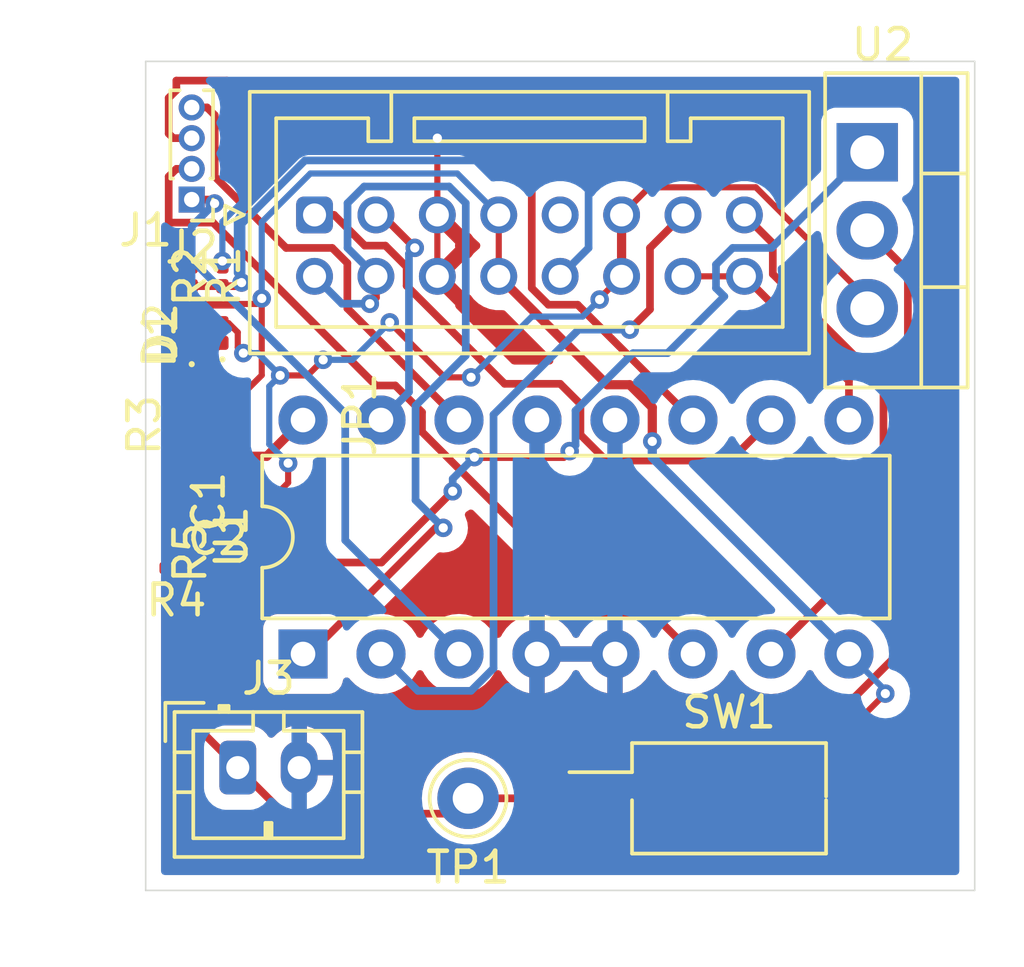
<source format=kicad_pcb>
(kicad_pcb (version 20240108) (generator "pcbnew") (generator_version "8.0")
  (title_block (title "Power sub Module for Micro-Mouse") (date "2024-03-24") (rev "1") (comment 1 "Author: Rasekoai Mokose"))
  (layers (0 "F.Cu" signal) (31 "B.Cu" signal) (34 "B.Paste" user) (35 "F.Paste" user) (36 "B.SilkS" user "B.Silkscreen") (37 "F.SilkS" user "F.Silkscreen") (38 "B.Mask" user) (39 "F.Mask" user) (44 "Edge.Cuts" user))
  (net 0 "")
  (net 1 "Net-(J2-Pin_1)")
  (net 3 "+3.7V")
  (net 4 "Net-(D1-A)")
  (net 5 "/Motor2_A")
  (net 6 "/PC6-9(PWM1,2)")
  (net 7 "/BATT_ADC")
  (net 8 "/Motor2_B")
  (net 9 "/Motor1_A")
  (net 10 "/PC6-9(PWM3,4)")
  (net 11 "/Motor1_B")
  (net 12 "Net-(J2-Pin_3)")
  (net 13 "Net-(J2-Pin_4)")
  (net 14 "Net-(J2-Pin_2)")
  (net 15 "Net-(U2-ADJ)")
  (net 16 "A")
  (net 17 "GND")
  (net 18 "+5V")
  (net 19 "+3V3")
  (footprint "Connector_JST:JST_PUD_B16B-PUDSS_2x08_P2.00mm_Vertical" (layer "F.Cu") (at 186.004009 123.95)
    (property "Reference" "J1" (at -5.5 0.5 0) (layer "F.SilkS"))
    (property "Value" "Conn_02x08_Counter_Clockwise")
    (fp_line (start -2.91 -0.3) (end -2.31 0) (stroke (width 0.12)) (layer "F.SilkS"))
    (fp_line (start -2.91 0.3) (end -2.91 -0.3) (stroke (width 0.12)) (layer "F.SilkS"))
    (fp_line (start -2.31 0) (end -2.91 0.3) (stroke (width 0.12)) (layer "F.SilkS"))
    (fp_line (start -2.11 -4.01) (end -2.11 4.51) (stroke (width 0.12)) (layer "F.SilkS"))
    (fp_line (start -2.11 4.51) (end 16.11 4.51) (stroke (width 0.12)) (layer "F.SilkS"))
    (fp_line (start -1.25 -3.15) (end -1.25 3.65) (stroke (width 0.12)) (layer "F.SilkS"))
    (fp_line (start -1.25 3.65) (end 7 3.65) (stroke (width 0.12)) (layer "F.SilkS"))
    (fp_line (start 1.75 -3.15) (end -1.25 -3.15) (stroke (width 0.12)) (layer "F.SilkS"))
    (fp_line (start 1.75 -2.4) (end 1.75 -3.15) (stroke (width 0.12)) (layer "F.SilkS"))
    (fp_line (start 2.5 -4.01) (end 2.5 -2.4) (stroke (width 0.12)) (layer "F.SilkS"))
    (fp_line (start 2.5 -2.4) (end 1.75 -2.4) (stroke (width 0.12)) (layer "F.SilkS"))
    (fp_line (start 3.25 -3.15) (end 3.25 -2.4) (stroke (width 0.12)) (layer "F.SilkS"))
    (fp_line (start 3.25 -2.4) (end 10.75 -2.4) (stroke (width 0.12)) (layer "F.SilkS"))
    (fp_line (start 10.75 -3.15) (end 3.25 -3.15) (stroke (width 0.12)) (layer "F.SilkS"))
    (fp_line (start 10.75 -2.4) (end 10.75 -3.15) (stroke (width 0.12)) (layer "F.SilkS"))
    (fp_line (start 11.5 -4.01) (end 11.5 -2.4) (stroke (width 0.12)) (layer "F.SilkS"))
    (fp_line (start 11.5 -2.4) (end 12.25 -2.4) (stroke (width 0.12)) (layer "F.SilkS"))
    (fp_line (start 12.25 -3.15) (end 15.25 -3.15) (stroke (width 0.12)) (layer "F.SilkS"))
    (fp_line (start 12.25 -2.4) (end 12.25 -3.15) (stroke (width 0.12)) (layer "F.SilkS"))
    (fp_line (start 15.25 -3.15) (end 15.25 3.65) (stroke (width 0.12)) (layer "F.SilkS"))
    (fp_line (start 15.25 3.65) (end 7 3.65) (stroke (width 0.12)) (layer "F.SilkS"))
    (fp_line (start 16.11 -4.01) (end -2.11 -4.01) (stroke (width 0.12)) (layer "F.SilkS"))
    (fp_line (start 16.11 4.51) (end 16.11 -4.01) (stroke (width 0.12)) (layer "F.SilkS"))
    (pad "1" thru_hole roundrect (at 0 0) (size 1.2 1.2) (drill 0.75) (layers "*.Cu" "*.Mask") (roundrect_rratio 0.208333) (net 5 "/Motor2_A"))
    (pad "2" thru_hole circle (at 0 2) (size 1.2 1.2) (drill 0.75) (layers "*.Cu" "*.Mask") (net 6 "/PC6-9(PWM1,2)"))
    (pad "3" thru_hole circle (at 2 0) (size 1.2 1.2) (drill 0.75) (layers "*.Cu" "*.Mask") (net 8 "/Motor2_B"))
    (pad "4" thru_hole circle (at 2 2) (size 1.2 1.2) (drill 0.75) (layers "*.Cu" "*.Mask") (net 6 "/PC6-9(PWM1,2)"))
    (pad "5" thru_hole circle (at 4 0) (size 1.2 1.2) (drill 0.75) (layers "*.Cu" "*.Mask") (net 17 "GND"))
    (pad "6" thru_hole circle (at 4 2) (size 1.2 1.2) (drill 0.75) (layers "*.Cu" "*.Mask") (net 17 "GND"))
    (pad "7" thru_hole circle (at 6 0) (size 1.2 1.2) (drill 0.75) (layers "*.Cu" "*.Mask") (net 3 "+3.7V"))
    (pad "8" thru_hole circle (at 6 2) (size 1.2 1.2) (drill 0.75) (layers "*.Cu" "*.Mask") (net 3 "+3.7V"))
    (pad "9" thru_hole circle (at 8 0) (size 1.2 1.2) (drill 0.75) (layers "*.Cu" "*.Mask"))
    (pad "10" thru_hole circle (at 8 2) (size 1.2 1.2) (drill 0.75) (layers "*.Cu" "*.Mask") (net 7 "/BATT_ADC"))
    (pad "11" thru_hole circle (at 10 0) (size 1.2 1.2) (drill 0.75) (layers "*.Cu" "*.Mask") (net 18 "+5V"))
    (pad "12" thru_hole circle (at 10 2) (size 1.2 1.2) (drill 0.75) (layers "*.Cu" "*.Mask") (net 18 "+5V"))
    (pad "13" thru_hole circle (at 12 0) (size 1.2 1.2) (drill 0.75) (layers "*.Cu" "*.Mask") (net 9 "/Motor1_A"))
    (pad "14" thru_hole circle (at 12 2) (size 1.2 1.2) (drill 0.75) (layers "*.Cu" "*.Mask") (net 10 "/PC6-9(PWM3,4)"))
    (pad "15" thru_hole circle (at 14 0) (size 1.2 1.2) (drill 0.75) (layers "*.Cu" "*.Mask") (net 11 "/Motor1_B"))
    (pad "16" thru_hole circle (at 14 2) (size 1.2 1.2) (drill 0.75) (layers "*.Cu" "*.Mask") (net 10 "/PC6-9(PWM3,4)"))
  )
  (footprint "Resistor_SMD:R_0201_0603Metric" (layer "F.Cu") (at 182.004009 125.95 -90)
    (property "Reference" "R1" (at 0 -1.05 90) (layer "F.SilkS"))
    (property "Value" "330")
    (pad "1" smd roundrect (at -0.32 0 270) (size 0.46 0.4) (layers "F.Cu" "F.Mask") (net 3 "+3.7V"))
    (pad "2" smd roundrect (at 0.32 0 270) (size 0.46 0.4) (layers "F.Cu" "F.Mask") (net 7 "/BATT_ADC"))
  )
  (footprint "Resistor_SMD:R_0201_0603Metric" (layer "F.Cu") (at 183.004009 125.95 90)
    (property "Reference" "R2" (at 0 -1.05 -90) (layer "F.SilkS"))
    (property "Value" "2.7K")
    (pad "1" smd roundrect (at -0.32 0 90) (size 0.46 0.4) (layers "F.Cu" "F.Mask") (net 7 "/BATT_ADC"))
    (pad "2" smd roundrect (at 0.32 0 90) (size 0.46 0.4) (layers "F.Cu" "F.Mask") (net 17 "GND"))
  )
  (footprint "Package_DIP:DIP-16_W7.62mm" (layer "F.Cu") (at 185.629009 138.25 90)
    (property "Reference" "U1" (at 3.81 -2.33 -90) (layer "F.SilkS"))
    (property "Value" "L293D")
    (fp_line (start 6.46 -1.33) (end 4.81 -1.33) (stroke (width 0.12)) (layer "F.SilkS"))
    (fp_line (start 2.81 -1.33) (end 1.16 -1.33) (stroke (width 0.12)) (layer "F.SilkS"))
    (fp_line (start 1.16 -1.33) (end 1.16 19.11) (stroke (width 0.12)) (layer "F.SilkS"))
    (fp_line (start 6.46 19.11) (end 6.46 -1.33) (stroke (width 0.12)) (layer "F.SilkS"))
    (fp_line (start 1.16 19.11) (end 6.46 19.11) (stroke (width 0.12)) (layer "F.SilkS"))
    (fp_arc (start 4.81 -1.33) (mid 3.81 -0.33) (end 2.81 -1.33) (stroke (width 0.12)) (layer "F.SilkS"))
    (pad "1" thru_hole rect (at 0 0 90) (size 1.6 1.6) (drill 0.8) (layers "*.Cu" "*.Mask") (net 6 "/PC6-9(PWM1,2)"))
    (pad "2" thru_hole oval (at 0 2.54 90) (size 1.6 1.6) (drill 0.8) (layers "*.Cu" "*.Mask") (net 9 "/Motor1_A"))
    (pad "3" thru_hole oval (at 0 5.08 90) (size 1.6 1.6) (drill 0.8) (layers "*.Cu" "*.Mask") (net 1 "Net-(J2-Pin_1)"))
    (pad "4" thru_hole oval (at 0 7.62 90) (size 1.6 1.6) (drill 0.8) (layers "*.Cu" "*.Mask") (net 17 "GND"))
    (pad "5" thru_hole oval (at 0 10.16 90) (size 1.6 1.6) (drill 0.8) (layers "*.Cu" "*.Mask") (net 17 "GND"))
    (pad "6" thru_hole oval (at 0 12.7 90) (size 1.6 1.6) (drill 0.8) (layers "*.Cu" "*.Mask") (net 14 "Net-(J2-Pin_2)"))
    (pad "7" thru_hole oval (at 0 15.24 90) (size 1.6 1.6) (drill 0.8) (layers "*.Cu" "*.Mask") (net 11 "/Motor1_B"))
    (pad "8" thru_hole oval (at 0 17.78 90) (size 1.6 1.6) (drill 0.8) (layers "*.Cu" "*.Mask") (net 3 "+3.7V"))
    (pad "9" thru_hole oval (at 7.62 17.78 90) (size 1.6 1.6) (drill 0.8) (layers "*.Cu" "*.Mask") (net 10 "/PC6-9(PWM3,4)"))
    (pad "10" thru_hole oval (at 7.62 15.24 90) (size 1.6 1.6) (drill 0.8) (layers "*.Cu" "*.Mask") (net 5 "/Motor2_A"))
    (pad "11" thru_hole oval (at 7.62 12.7 90) (size 1.6 1.6) (drill 0.8) (layers "*.Cu" "*.Mask") (net 12 "Net-(J2-Pin_3)"))
    (pad "12" thru_hole oval (at 7.62 10.16 90) (size 1.6 1.6) (drill 0.8) (layers "*.Cu" "*.Mask") (net 17 "GND"))
    (pad "13" thru_hole oval (at 7.62 7.62 90) (size 1.6 1.6) (drill 0.8) (layers "*.Cu" "*.Mask") (net 17 "GND"))
    (pad "14" thru_hole oval (at 7.62 5.08 90) (size 1.6 1.6) (drill 0.8) (layers "*.Cu" "*.Mask") (net 13 "Net-(J2-Pin_4)"))
    (pad "15" thru_hole oval (at 7.62 2.54 90) (size 1.6 1.6) (drill 0.8) (layers "*.Cu" "*.Mask") (net 8 "/Motor2_B"))
    (pad "16" thru_hole oval (at 7.62 0 90) (size 1.6 1.6) (drill 0.8) (layers "*.Cu" "*.Mask") (net 19 "+3V3"))
  )
  (footprint "Connector_JST:JST_PH_B2B-PH-K_1x02_P2.00mm_Vertical" (layer "F.Cu") (at 183.504009 141.95)
    (property "Reference" "J3" (at 1 -2.9 0) (layer "F.SilkS"))
    (property "Value" "Conn_01x02_Pin")
    (fp_line (start -2.36 -2.11) (end -2.36 -0.86) (stroke (width 0.12)) (layer "F.SilkS"))
    (fp_line (start -2.06 -1.81) (end -2.06 2.91) (stroke (width 0.12)) (layer "F.SilkS"))
    (fp_line (start -2.06 -0.5) (end -1.45 -0.5) (stroke (width 0.12)) (layer "F.SilkS"))
    (fp_line (start -2.06 0.8) (end -1.45 0.8) (stroke (width 0.12)) (layer "F.SilkS"))
    (fp_line (start -2.06 2.91) (end 4.06 2.91) (stroke (width 0.12)) (layer "F.SilkS"))
    (fp_line (start -1.45 -1.2) (end -1.45 2.3) (stroke (width 0.12)) (layer "F.SilkS"))
    (fp_line (start -1.45 2.3) (end 3.45 2.3) (stroke (width 0.12)) (layer "F.SilkS"))
    (fp_line (start -1.11 -2.11) (end -2.36 -2.11) (stroke (width 0.12)) (layer "F.SilkS"))
    (fp_line (start -0.6 -2.01) (end -0.6 -1.81) (stroke (width 0.12)) (layer "F.SilkS"))
    (fp_line (start -0.3 -2.01) (end -0.6 -2.01) (stroke (width 0.12)) (layer "F.SilkS"))
    (fp_line (start -0.3 -1.91) (end -0.6 -1.91) (stroke (width 0.12)) (layer "F.SilkS"))
    (fp_line (start -0.3 -1.81) (end -0.3 -2.01) (stroke (width 0.12)) (layer "F.SilkS"))
    (fp_line (start 0.5 -1.81) (end 0.5 -1.2) (stroke (width 0.12)) (layer "F.SilkS"))
    (fp_line (start 0.5 -1.2) (end -1.45 -1.2) (stroke (width 0.12)) (layer "F.SilkS"))
    (fp_line (start 0.9 1.8) (end 1.1 1.8) (stroke (width 0.12)) (layer "F.SilkS"))
    (fp_line (start 0.9 2.3) (end 0.9 1.8) (stroke (width 0.12)) (layer "F.SilkS"))
    (fp_line (start 1 2.3) (end 1 1.8) (stroke (width 0.12)) (layer "F.SilkS"))
    (fp_line (start 1.1 1.8) (end 1.1 2.3) (stroke (width 0.12)) (layer "F.SilkS"))
    (fp_line (start 1.5 -1.2) (end 1.5 -1.81) (stroke (width 0.12)) (layer "F.SilkS"))
    (fp_line (start 3.45 -1.2) (end 1.5 -1.2) (stroke (width 0.12)) (layer "F.SilkS"))
    (fp_line (start 3.45 2.3) (end 3.45 -1.2) (stroke (width 0.12)) (layer "F.SilkS"))
    (fp_line (start 4.06 -1.81) (end -2.06 -1.81) (stroke (width 0.12)) (layer "F.SilkS"))
    (fp_line (start 4.06 -0.5) (end 3.45 -0.5) (stroke (width 0.12)) (layer "F.SilkS"))
    (fp_line (start 4.06 0.8) (end 3.45 0.8) (stroke (width 0.12)) (layer "F.SilkS"))
    (fp_line (start 4.06 2.91) (end 4.06 -1.81) (stroke (width 0.12)) (layer "F.SilkS"))
    (pad "1" thru_hole roundrect (at 0 0) (size 1.2 1.75) (drill 0.75) (layers "*.Cu" "*.Mask") (roundrect_rratio 0.208333) (net 16 "A"))
    (pad "2" thru_hole oval (at 2 0) (size 1.2 1.75) (drill 0.75) (layers "*.Cu" "*.Mask") (net 17 "GND"))
  )
  (footprint "Resistor_SMD:R_0201_0603Metric" (layer "F.Cu") (at 183.004009 134.95 90)
    (property "Reference" "R5" (at 0 -1.05 -90) (layer "F.SilkS"))
    (property "Value" "686")
    (pad "1" smd roundrect (at -0.32 0 90) (size 0.46 0.4) (layers "F.Cu" "F.Mask") (net 15 "Net-(U2-ADJ)"))
    (pad "2" smd roundrect (at 0.32 0 90) (size 0.46 0.4) (layers "F.Cu" "F.Mask") (net 17 "GND"))
  )
  (footprint "LED_SMD:LED_0201_0603Metric" (layer "F.Cu") (at 183.004009 127.795 90)
    (property "Reference" "D2" (at 0 -2 -90) (layer "F.SilkS"))
    (property "Value" "LED")
    (fp_circle (center -0.86 0) (end -0.81 0) (stroke (width 0.1)) (fill none) (layer "F.SilkS"))
    (pad "1" smd roundrect (at -0.32 0 90) (size 0.46 0.4) (layers "F.Cu" "F.Mask") (net 17 "GND"))
    (pad "2" smd roundrect (at 0.32 0 90) (size 0.46 0.4) (layers "F.Cu" "F.Mask") (net 18 "+5V"))
  )
  (footprint "Package_TO_SOT_THT:TO-220-3_Vertical" (layer "F.Cu") (at 204.004009 121.91 -90)
    (property "Reference" "U2" (at -3.5 -0.5 180) (layer "F.SilkS"))
    (property "Value" "LM317_TO-220")
    (fp_line (start -2.58 1.371) (end 7.66 1.371) (stroke (width 0.12)) (layer "F.SilkS"))
    (fp_line (start -2.58 -1.76) (end 7.66 -1.76) (stroke (width 0.12)) (layer "F.SilkS"))
    (fp_line (start -2.58 -3.27) (end -2.58 1.371) (stroke (width 0.12)) (layer "F.SilkS"))
    (fp_line (start -2.58 -3.27) (end 7.66 -3.27) (stroke (width 0.12)) (layer "F.SilkS"))
    (fp_line (start 0.69 -3.27) (end 0.69 -1.76) (stroke (width 0.12)) (layer "F.SilkS"))
    (fp_line (start 4.391 -3.27) (end 4.391 -1.76) (stroke (width 0.12)) (layer "F.SilkS"))
    (fp_line (start 7.66 -3.27) (end 7.66 1.371) (stroke (width 0.12)) (layer "F.SilkS"))
    (pad "1" thru_hole rect (at 0 0 270) (size 1.905 2) (drill 1.1) (layers "*.Cu" "*.Mask") (net 15 "Net-(U2-ADJ)"))
    (pad "2" thru_hole oval (at 2.54 0 270) (size 1.905 2) (drill 1.1) (layers "*.Cu" "*.Mask") (net 16 "A"))
    (pad "3" thru_hole oval (at 5.08 0 270) (size 1.905 2) (drill 1.1) (layers "*.Cu" "*.Mask") (net 18 "+5V"))
  )
  (footprint "Resistor_SMD:R_0201_0603Metric" (layer "F.Cu") (at 181.504009 130.795 90)
    (property "Reference" "R3" (at 0 -1.05 -90) (layer "F.SilkS"))
    (property "Value" "100k")
    (pad "1" smd roundrect (at -0.32 0 90) (size 0.46 0.4) (layers "F.Cu" "F.Mask") (net 16 "A"))
    (pad "2" smd roundrect (at 0.32 0 90) (size 0.46 0.4) (layers "F.Cu" "F.Mask") (net 4 "Net-(D1-A)"))
  )
  (footprint "LED_SMD:LED_0201_0603Metric" (layer "F.Cu") (at 182.004009 127.95 90)
    (property "Reference" "D1" (at 0 -1.05 -90) (layer "F.SilkS"))
    (property "Value" "LED")
    (fp_circle (center -0.86 0) (end -0.81 0) (stroke (width 0.1)) (fill none) (layer "F.SilkS"))
    (pad "1" smd roundrect (at -0.32 0 90) (size 0.46 0.4) (layers "F.Cu" "F.Mask") (net 17 "GND"))
    (pad "2" smd roundrect (at 0.32 0 90) (size 0.46 0.4) (layers "F.Cu" "F.Mask") (net 4 "Net-(D1-A)"))
  )
  (footprint "5110:KEYSTONE_5110" (layer "F.Cu") (at 183.004009 131.13 90)
    (property "Reference" "JP1" (at 0.68 4.48 -90) (layer "F.SilkS"))
    (property "Value" "Jumper_2_Open")
    (pad "1" smd rect (at -0.68 0 90) (size 1.01 0.98) (layers "F.Cu" "F.Paste" "F.Mask") (net 19 "+3V3"))
    (pad "2" smd rect (at 0.68 0 90) (size 1.01 0.98) (layers "F.Cu" "F.Paste" "F.Mask") (net 3 "+3.7V"))
  )
  (footprint "Connector_PinHeader_1.00mm:PinHeader_1x04_P1.00mm_Vertical" (layer "F.Cu") (at 182.004009 123.45 180)
    (property "Reference" "J2" (at 0 -1.56 180) (layer "F.SilkS"))
    (property "Value" "Conn_01x04_Pin")
    (fp_line (start 0.695 0.685) (end 0.695 3.56) (stroke (width 0.12)) (layer "F.SilkS"))
    (fp_line (start 0.608276 0.685) (end 0.695 0.685) (stroke (width 0.12)) (layer "F.SilkS"))
    (fp_line (start 0.394493 3.56) (end 0.695 3.56) (stroke (width 0.12)) (layer "F.SilkS"))
    (fp_line (start -0.695 3.56) (end -0.394493 3.56) (stroke (width 0.12)) (layer "F.SilkS"))
    (fp_line (start -0.695 0.685) (end -0.608276 0.685) (stroke (width 0.12)) (layer "F.SilkS"))
    (fp_line (start -0.695 0.685) (end -0.695 3.56) (stroke (width 0.12)) (layer "F.SilkS"))
    (fp_line (start -0.695 0) (end -0.695 -0.685) (stroke (width 0.12)) (layer "F.SilkS"))
    (fp_line (start -0.695 -0.685) (end 0 -0.685) (stroke (width 0.12)) (layer "F.SilkS"))
    (pad "1" thru_hole rect (at 0 0 180) (size 0.85 0.85) (drill 0.5) (layers "*.Cu" "*.Mask") (net 1 "Net-(J2-Pin_1)"))
    (pad "2" thru_hole oval (at 0 1 180) (size 0.85 0.85) (drill 0.5) (layers "*.Cu" "*.Mask") (net 14 "Net-(J2-Pin_2)"))
    (pad "3" thru_hole oval (at 0 2 180) (size 0.85 0.85) (drill 0.5) (layers "*.Cu" "*.Mask") (net 12 "Net-(J2-Pin_3)"))
    (pad "4" thru_hole oval (at 0 3 180) (size 0.85 0.85) (drill 0.5) (layers "*.Cu" "*.Mask") (net 13 "Net-(J2-Pin_4)"))
  )
  (footprint "Capacitor_SMD:C_0201_0603Metric" (layer "F.Cu") (at 181.504009 133.295 -90)
    (property "Reference" "C1" (at 0 -1.05 90) (layer "F.SilkS"))
    (property "Value" "1uF")
    (pad "1" smd roundrect (at -0.32 0 270) (size 0.46 0.4) (layers "F.Cu" "F.Mask") (net 16 "A"))
    (pad "2" smd roundrect (at 0.32 0 270) (size 0.46 0.4) (layers "F.Cu" "F.Mask") (net 17 "GND"))
  )
  (footprint "Resistor_SMD:R_0201_0603Metric" (layer "F.Cu") (at 181.504009 135.45 180)
    (property "Reference" "R4" (at 0 -1.05 180) (layer "F.SilkS"))
    (property "Value" "360")
    (pad "1" smd roundrect (at -0.32 0 180) (size 0.46 0.4) (layers "F.Cu" "F.Mask") (net 15 "Net-(U2-ADJ)"))
    (pad "2" smd roundrect (at 0.32 0 180) (size 0.46 0.4) (layers "F.Cu" "F.Mask") (net 16 "A"))
  )
  (footprint "Capacitor_SMD:C_0201_0603Metric" (layer "F.Cu") (at 182.849009 133.45 180)
    (property "Reference" "C2" (at 0 -1.05 180) (layer "F.SilkS"))
    (property "Value" "0.1uF")
    (pad "1" smd roundrect (at -0.32 0 180) (size 0.46 0.4) (layers "F.Cu" "F.Mask") (net 18 "+5V"))
    (pad "2" smd roundrect (at 0.32 0 180) (size 0.46 0.4) (layers "F.Cu" "F.Mask") (net 17 "GND"))
  )
  (footprint "Button_Switch_SMD:SW_DIP_SPSTx01_Slide_Omron_A6S-110x_W8.9mm_P2.54mm" (layer "F.Cu") (at 199.504009 142.95)
    (property "Reference" "SW1" (at 0 -2.8 0) (layer "F.SilkS"))
    (property "Value" "SW_DPST_x2")
    (fp_line (start -5.2 -0.851) (end -3.16 -0.851) (stroke (width 0.12)) (layer "F.SilkS"))
    (fp_line (start -3.16 -1.8) (end -3.16 -0.851) (stroke (width 0.12)) (layer "F.SilkS"))
    (fp_line (start -3.16 -1.8) (end 3.16 -1.8) (stroke (width 0.12)) (layer "F.SilkS"))
    (fp_line (start -3.16 0.061) (end -3.16 1.8) (stroke (width 0.12)) (layer "F.SilkS"))
    (fp_line (start -3.16 1.8) (end 3.16 1.8) (stroke (width 0.12)) (layer "F.SilkS"))
    (fp_line (start 3.16 -1.8) (end 3.16 -0.061) (stroke (width 0.12)) (layer "F.SilkS"))
    (fp_line (start 3.16 0.061) (end 3.16 1.8) (stroke (width 0.12)) (layer "F.SilkS"))
    (pad "1" smd rect (at -4.45 0) (size 1.5 1.1) (layers "F.Cu" "F.Paste" "F.Mask") (net 16 "A"))
    (pad "2" smd rect (at 4.45 0) (size 1.5 1.1) (layers "F.Cu" "F.Paste" "F.Mask") (net 3 "+3.7V"))
  )
  (footprint "Connector_Pin:Pin_D1.0mm_L10.0mm" (layer "F.Cu") (at 191.004009 142.95)
    (property "Reference" "TP1" (at 0 2.25 0) (layer "F.SilkS"))
    (property "Value" "TestPoint_Probe")
    (fp_circle (center 0 0) (end 1.25 0.05) (stroke (width 0.12)) (fill none) (layer "F.SilkS"))
    (pad "1" thru_hole circle (at 0 0) (size 2 2) (drill 1) (layers "*.Cu" "*.Mask") (net 16 "A"))
  )
  (gr_line (start 207.504009 118.95) (end 207.504009 139.45) (stroke (width 0.05)) (layer "Edge.Cuts"))
  (gr_line (start 180.504009 129.95) (end 180.504009 136.95) (stroke (width 0.05)) (layer "Edge.Cuts"))
  (gr_line (start 180.504009 145.95) (end 207.504009 145.95) (stroke (width 0.05)) (layer "Edge.Cuts"))
  (gr_line (start 207.504009 139.45) (end 207.504009 145.95) (stroke (width 0.05)) (layer "Edge.Cuts"))
  (gr_line (start 180.504009 145.95) (end 180.504009 136.95) (stroke (width 0.05)) (layer "Edge.Cuts"))
  (gr_line (start 205.504009 118.95) (end 207.504009 118.95) (stroke (width 0.05)) (layer "Edge.Cuts"))
  (gr_line (start 180.504009 118.95) (end 205.504009 118.95) (stroke (width 0.05)) (layer "Edge.Cuts"))
  (gr_line (start 180.504009 118.95) (end 180.504009 129.95) (stroke (width 0.05)) (layer "Edge.Cuts"))
  (segment (start 182.621282 123.45) (end 182.748222 123.57694) (width 0.25) (layer "F.Cu") (net 1))
  (segment (start 182.004009 123.45) (end 182.621282 123.45) (width 0.25) (layer "F.Cu") (net 1))
  (via (at 182.748222 123.57694) (size 0.6) (drill 0.3) (layers "F.Cu" "B.Cu") (net 1))
  (segment (start 187.004009 130.414009) (end 187.004009 134.545) (width 0.25) (layer "B.Cu") (net 1))
  (segment (start 187.004009 134.545) (end 190.709009 138.25) (width 0.25) (layer "B.Cu") (net 1))
  (segment (start 182.004009 124.321153) (end 182.004009 125.414009) (width 0.25) (layer "B.Cu") (net 1))
  (segment (start 182.748222 123.57694) (end 182.004009 124.321153) (width 0.25) (layer "B.Cu") (net 1))
  (segment (start 182.004009 125.414009) (end 187.004009 130.414009) (width 0.25) (layer "B.Cu") (net 1))
  (segment (start 203.954009 142.95) (end 203.954009 140.179875) (width 0.2) (layer "F.Cu") (net 3))
  (segment (start 196.265355 129.48) (end 197.004009 130.218654) (width 0.3) (layer "F.Cu") (net 3))
  (segment (start 183.004009 130.45) (end 184.284567 129.169442) (width 0.2) (layer "F.Cu") (net 3))
  (segment (start 183.404009 126.85) (end 181.714841 126.85) (width 0.3) (layer "F.Cu") (net 3))
  (segment (start 181.454009 125.950832) (end 181.774841 125.63) (width 0.3) (layer "F.Cu") (net 3))
  (segment (start 181.774841 125.63) (end 182.004009 125.63) (width 0.3) (layer "F.Cu") (net 3))
  (segment (start 192.004009 125.95) (end 195.534009 129.48) (width 0.3) (layer "F.Cu") (net 3))
  (segment (start 184.284567 126.669442) (end 184.104009 126.85) (width 0.2) (layer "F.Cu") (net 3))
  (segment (start 184.284567 129.169442) (end 184.284567 126.669442) (width 0.2) (layer "F.Cu") (net 3))
  (segment (start 195.534009 129.48) (end 196.265355 129.48) (width 0.3) (layer "F.Cu") (net 3))
  (segment (start 184.104009 126.85) (end 183.404009 126.85) (width 0.2) (layer "F.Cu") (net 3))
  (segment (start 192.004009 123.95) (end 192.004009 125.95) (width 0.2) (layer "F.Cu") (net 3))
  (segment (start 181.454009 126.589168) (end 181.454009 125.950832) (width 0.3) (layer "F.Cu") (net 3))
  (segment (start 181.714841 126.85) (end 181.454009 126.589168) (width 0.3) (layer "F.Cu") (net 3))
  (segment (start 203.954009 140.179875) (end 204.593947 139.539937) (width 0.2) (layer "F.Cu") (net 3))
  (segment (start 197.004009 130.218654) (end 197.004009 131.325) (width 0.3) (layer "F.Cu") (net 3))
  (via (at 184.284567 126.669442) (size 0.6) (drill 0.3) (layers "F.Cu" "B.Cu") (net 3))
  (via (at 197.004009 131.325) (size 0.6) (drill 0.3) (layers "F.Cu" "B.Cu") (net 3))
  (via (at 204.593947 139.539937) (size 0.6) (drill 0.3) (layers "F.Cu" "B.Cu") (net 3))
  (segment (start 184.284567 124.184698) (end 185.869265 122.6) (width 0.2) (layer "B.Cu") (net 3))
  (segment (start 204.593947 139.539937) (end 204.593947 139.434938) (width 0.2) (layer "B.Cu") (net 3))
  (segment (start 197.004009 131.325) (end 197.004009 131.845) (width 0.3) (layer "B.Cu") (net 3))
  (segment (start 184.284567 126.669442) (end 184.284567 124.184698) (width 0.2) (layer "B.Cu") (net 3))
  (segment (start 185.869265 122.6) (end 190.654009 122.6) (width 0.2) (layer "B.Cu") (net 3))
  (segment (start 204.593947 139.434938) (end 203.409009 138.25) (width 0.2) (layer "B.Cu") (net 3))
  (segment (start 190.654009 122.6) (end 192.004009 123.95) (width 0.2) (layer "B.Cu") (net 3))
  (segment (start 197.004009 131.845) (end 203.409009 138.25) (width 0.3) (layer "B.Cu") (net 3))
  (segment (start 182.004009 127.63) (end 181.80401 127.63) (width 0.25) (layer "F.Cu") (net 4))
  (segment (start 181.479009 127.955001) (end 181.479009 130.45) (width 0.25) (layer "F.Cu") (net 4))
  (segment (start 181.80401 127.63) (end 181.479009 127.955001) (width 0.25) (layer "F.Cu") (net 4))
  (segment (start 181.479009 130.45) (end 181.504009 130.475) (width 0.25) (layer "F.Cu") (net 4))
  (segment (start 195.504009 131.95) (end 199.549009 131.95) (width 0.25) (layer "F.Cu") (net 5))
  (segment (start 194.664009 130.11) (end 194.664009 131.11) (width 0.25) (layer "F.Cu") (net 5))
  (segment (start 194.004009 129.45) (end 194.664009 130.11) (width 0.25) (layer "F.Cu") (net 5))
  (segment (start 189.004009 126.258148) (end 192.195861 129.45) (width 0.25) (layer "F.Cu") (net 5))
  (segment (start 189.004009 125.641852) (end 189.004009 126.258148) (width 0.25) (layer "F.Cu") (net 5))
  (segment (start 187.640405 124.95) (end 188.312157 124.95) (width 0.25) (layer "F.Cu") (net 5))
  (segment (start 192.195861 129.45) (end 194.004009 129.45) (width 0.25) (layer "F.Cu") (net 5))
  (segment (start 186.640405 123.95) (end 187.640405 124.95) (width 0.25) (layer "F.Cu") (net 5))
  (segment (start 188.312157 124.95) (end 189.004009 125.641852) (width 0.25) (layer "F.Cu") (net 5))
  (segment (start 194.664009 131.11) (end 195.504009 131.95) (width 0.25) (layer "F.Cu") (net 5))
  (segment (start 199.549009 131.95) (end 200.869009 130.63) (width 0.25) (layer "F.Cu") (net 5))
  (segment (start 186.004009 123.95) (end 186.640405 123.95) (width 0.25) (layer "F.Cu") (net 5))
  (segment (start 185.629009 138.25) (end 185.840405 138.25) (width 0.25) (layer "F.Cu") (net 6))
  (segment (start 185.840405 138.25) (end 189.948463 134.141942) (width 0.25) (layer "F.Cu") (net 6))
  (segment (start 188.004009 126.643504) (end 187.805203 126.84231) (width 0.25) (layer "F.Cu") (net 6))
  (segment (start 189.948463 134.141942) (end 190.195951 134.141942) (width 0.25) (layer "F.Cu") (net 6))
  (segment (start 188.004009 125.95) (end 188.004009 126.643504) (width 0.25) (layer "F.Cu") (net 6))
  (via (at 187.805203 126.84231) (size 0.6) (drill 0.3) (layers "F.Cu" "B.Cu") (net 6))
  (via (at 190.195951 134.141942) (size 0.6) (drill 0.3) (layers "F.Cu" "B.Cu") (net 6))
  (segment (start 189.294009 130.164009) (end 190.929009 128.529009) (width 0.25) (layer "B.Cu") (net 6))
  (segment (start 187.079009 123.566852) (end 187.079009 125.025) (width 0.25) (layer "B.Cu") (net 6))
  (segment (start 187.620861 123.025) (end 187.079009 123.566852) (width 0.25) (layer "B.Cu") (net 6))
  (segment (start 187.805203 126.84231) (end 186.896319 126.84231) (width 0.25) (layer "B.Cu") (net 6))
  (segment (start 190.195951 134.141942) (end 189.294009 133.24) (width 0.25) (layer "B.Cu") (net 6))
  (segment (start 190.929009 123.566852) (end 190.387157 123.025) (width 0.25) (layer "B.Cu") (net 6))
  (segment (start 190.929009 128.529009) (end 190.929009 123.566852) (width 0.25) (layer "B.Cu") (net 6))
  (segment (start 190.387157 123.025) (end 187.620861 123.025) (width 0.25) (layer "B.Cu") (net 6))
  (segment (start 186.896319 126.84231) (end 186.004009 125.95) (width 0.25) (layer "B.Cu") (net 6))
  (segment (start 189.294009 133.24) (end 189.294009 130.164009) (width 0.25) (layer "B.Cu") (net 6))
  (segment (start 187.079009 125.025) (end 188.004009 125.95) (width 0.25) (layer "B.Cu") (net 6))
  (segment (start 183.511064 126.27) (end 183.627474 126.15359) (width 0.25) (layer "F.Cu") (net 7))
  (segment (start 182.004009 126.27) (end 183.004009 126.27) (width 0.25) (layer "F.Cu") (net 7))
  (segment (start 183.004009 126.27) (end 183.511064 126.27) (width 0.25) (layer "F.Cu") (net 7))
  (via (at 183.627474 126.15359) (size 0.6) (drill 0.3) (layers "F.Cu" "B.Cu") (net 7))
  (segment (start 183.627474 124.240751) (end 185.693225 122.175) (width 0.25) (layer "B.Cu") (net 7))
  (segment (start 194.929009 122.875) (end 194.929009 125.025) (width 0.25) (layer "B.Cu") (net 7))
  (segment (start 183.627474 126.15359) (end 183.627474 124.240751) (width 0.25) (layer "B.Cu") (net 7))
  (segment (start 194.929009 125.025) (end 194.004009 125.95) (width 0.25) (layer "B.Cu") (net 7))
  (segment (start 194.229009 122.175) (end 194.929009 122.875) (width 0.25) (layer "B.Cu") (net 7))
  (segment (start 185.693225 122.175) (end 194.229009 122.175) (width 0.25) (layer "B.Cu") (net 7))
  (segment (start 188.196042 123.95) (end 188.004009 123.95) (width 0.25) (layer "F.Cu") (net 8))
  (segment (start 189.26868 125.022638) (end 188.196042 123.95) (width 0.25) (layer "F.Cu") (net 8))
  (via (at 189.26868 125.022638) (size 0.6) (drill 0.3) (layers "F.Cu" "B.Cu") (net 8))
  (segment (start 189.079009 125.212309) (end 189.079009 129.72) (width 0.25) (layer "B.Cu") (net 8))
  (segment (start 189.26868 125.022638) (end 189.079009 125.212309) (width 0.25) (layer "B.Cu") (net 8))
  (segment (start 189.079009 129.72) (end 188.169009 130.63) (width 0.25) (layer "B.Cu") (net 8))
  (segment (start 196.929009 125.025) (end 196.929009 127.025) (width 0.25) (layer "F.Cu") (net 9))
  (segment (start 196.929009 127.025) (end 196.268451 127.685558) (width 0.25) (layer "F.Cu") (net 9))
  (segment (start 198.004009 123.95) (end 196.929009 125.025) (width 0.25) (layer "F.Cu") (net 9))
  (via (at 196.268451 127.685558) (size 0.6) (drill 0.3) (layers "F.Cu" "B.Cu") (net 9))
  (segment (start 194.60246 127.685558) (end 191.834009 130.454009) (width 0.25) (layer "B.Cu") (net 9))
  (segment (start 196.268451 127.685558) (end 194.60246 127.685558) (width 0.25) (layer "B.Cu") (net 9))
  (segment (start 189.369009 139.45) (end 188.169009 138.25) (width 0.25) (layer "B.Cu") (net 9))
  (segment (start 191.1 139.45) (end 189.369009 139.45) (width 0.25) (layer "B.Cu") (net 9))
  (segment (start 191.834009 130.454009) (end 191.834009 138.715991) (width 0.25) (layer "B.Cu") (net 9))
  (segment (start 191.834009 138.715991) (end 191.1 139.45) (width 0.25) (layer "B.Cu") (net 9))
  (segment (start 203.409009 129.355) (end 200.004009 125.95) (width 0.25) (layer "F.Cu") (net 10))
  (segment (start 198.004009 125.95) (end 200.004009 125.95) (width 0.2) (layer "F.Cu") (net 10))
  (segment (start 203.409009 130.63) (end 203.409009 129.355) (width 0.25) (layer "F.Cu") (net 10))
  (segment (start 200.869009 138.25) (end 204.534009 134.585) (width 0.25) (layer "F.Cu") (net 11))
  (segment (start 200.929009 125.875) (end 200.929009 124.875) (width 0.25) (layer "F.Cu") (net 11))
  (segment (start 200.929009 124.875) (end 200.004009 123.95) (width 0.25) (layer "F.Cu") (net 11))
  (segment (start 204.534009 129.48) (end 200.929009 125.875) (width 0.25) (layer "F.Cu") (net 11))
  (segment (start 204.534009 134.585) (end 204.534009 129.48) (width 0.25) (layer "F.Cu") (net 11))
  (segment (start 181.254009 120.139339) (end 181.504009 119.889339) (width 0.25) (layer "F.Cu") (net 12))
  (segment (start 194.574009 126.875) (end 198.329009 130.63) (width 0.25) (layer "F.Cu") (net 12))
  (segment (start 181.504009 119.575) (end 183.149109 119.575) (width 0.25) (layer "F.Cu") (net 12))
  (segment (start 181.504009 119.889339) (end 181.504009 119.575) (width 0.25) (layer "F.Cu") (net 12))
  (segment (start 182.004009 121.45) (end 181.402969 121.45) (width 0.25) (layer "F.Cu") (net 12))
  (segment (start 181.402969 121.45) (end 181.254009 121.30104) (width 0.25) (layer "F.Cu") (net 12))
  (segment (start 193.079009 121.525) (end 193.079009 126.333148) (width 0.25) (layer "F.Cu") (net 12))
  (segment (start 192.004009 120.45) (end 193.079009 121.525) (width 0.25) (layer "F.Cu") (net 12))
  (segment (start 184.024109 120.45) (end 192.004009 120.45) (width 0.25) (layer "F.Cu") (net 12))
  (segment (start 181.254009 121.30104) (end 181.254009 120.139339) (width 0.25) (layer "F.Cu") (net 12))
  (segment (start 193.079009 126.333148) (end 193.620861 126.875) (width 0.25) (layer "F.Cu") (net 12))
  (segment (start 183.149109 119.575) (end 184.024109 120.45) (width 0.25) (layer "F.Cu") (net 12))
  (segment (start 193.620861 126.875) (end 194.574009 126.875) (width 0.25) (layer "F.Cu") (net 12))
  (segment (start 182.504009 120.45) (end 182.754009 120.7) (width 0.25) (layer "F.Cu") (net 13))
  (segment (start 187.072513 125.518504) (end 187.072513 126.993504) (width 0.25) (layer "F.Cu") (net 13))
  (segment (start 182.754009 122.7) (end 185.079009 125.025) (width 0.25) (layer "F.Cu") (net 13))
  (segment (start 182.754009 120.7) (end 182.754009 122.7) (width 0.25) (layer "F.Cu") (net 13))
  (segment (start 185.079009 125.025) (end 186.579009 125.025) (width 0.25) (layer "F.Cu") (net 13))
  (segment (start 187.072513 126.993504) (end 190.709009 130.63) (width 0.25) (layer "F.Cu") (net 13))
  (segment (start 182.004009 120.45) (end 182.504009 120.45) (width 0.25) (layer "F.Cu") (net 13))
  (segment (start 186.579009 125.025) (end 187.072513 125.518504) (width 0.25) (layer "F.Cu") (net 13))
  (segment (start 182.004009 122.45) (end 181.504009 122.45) (width 0.25) (layer "F.Cu") (net 14))
  (segment (start 181.254009 122.7) (end 181.254009 124.2) (width 0.25) (layer "F.Cu") (net 14))
  (segment (start 195.438018 136.95) (end 197.029009 136.95) (width 0.25) (layer "F.Cu") (net 14))
  (segment (start 181.504009 122.45) (end 181.254009 122.7) (width 0.25) (layer "F.Cu") (net 14))
  (segment (start 189.504009 130.374009) (end 189.504009 131.015991) (width 0.25) (layer "F.Cu") (net 14))
  (segment (start 181.254009 124.2) (end 182.699009 124.2) (width 0.25) (layer "F.Cu") (net 14))
  (segment (start 182.699009 124.2) (end 188.004009 129.505) (width 0.25) (layer "F.Cu") (net 14))
  (segment (start 188.635 129.505) (end 189.504009 130.374009) (width 0.25) (layer "F.Cu") (net 14))
  (segment (start 188.004009 129.505) (end 188.635 129.505) (width 0.25) (layer "F.Cu") (net 14))
  (segment (start 197.029009 136.95) (end 198.329009 138.25) (width 0.25) (layer "F.Cu") (net 14))
  (segment (start 189.504009 131.015991) (end 195.438018 136.95) (width 0.25) (layer "F.Cu") (net 14))
  (segment (start 191.209891 131.837988) (end 194.116021 131.837988) (width 0.25) (layer "F.Cu") (net 15))
  (segment (start 188.184009 135.27) (end 190.504009 132.95) (width 0.25) (layer "F.Cu") (net 15))
  (segment (start 204.004009 121.91) (end 204.004009 121.95) (width 0.2) (layer "F.Cu") (net 15))
  (segment (start 181.824009 135.45) (end 182.824009 135.45) (width 0.25) (layer "F.Cu") (net 15))
  (segment (start 182.824009 135.45) (end 183.004009 135.27) (width 0.25) (layer "F.Cu") (net 15))
  (segment (start 183.004009 135.27) (end 188.184009 135.27) (width 0.25) (layer "F.Cu") (net 15))
  (segment (start 194.116021 131.837988) (end 194.312067 131.641942) (width 0.25) (layer "F.Cu") (net 15))
  (via (at 191.209891 131.837988) (size 0.6) (drill 0.3) (layers "F.Cu" "B.Cu") (net 15))
  (via (at 190.504009 132.95) (size 0.6) (drill 0.3) (layers "F.Cu" "B.Cu") (net 15))
  (via (at 194.312067 131.641942) (size 0.6) (drill 0.3) (layers "F.Cu" "B.Cu") (net 15))
  (segment (start 199.079009 125.566852) (end 199.620861 125.025) (width 0.25) (layer "B.Cu") (net 15))
  (segment (start 190.504009 132.95) (end 190.504009 132.54387) (width 0.25) (layer "B.Cu") (net 15))
  (segment (start 199.079009 126.333148) (end 199.079009 125.566852) (width 0.25) (layer "B.Cu") (net 15))
  (segment (start 194.504009 130.324009) (end 196.378018 128.45) (width 0.25) (layer "B.Cu") (net 15))
  (segment (start 199.620861 125.025) (end 200.889009 125.025) (width 0.25) (layer "B.Cu") (net 15))
  (segment (start 199.349935 126.604074) (end 199.079009 126.333148) (width 0.25) (layer "B.Cu") (net 15))
  (segment (start 194.504009 131.45) (end 194.504009 130.324009) (width 0.25) (layer "B.Cu") (net 15))
  (segment (start 200.889009 125.025) (end 204.004009 121.91) (width 0.25) (layer "B.Cu") (net 15))
  (segment (start 194.312067 131.641942) (end 194.504009 131.45) (width 0.25) (layer "B.Cu") (net 15))
  (segment (start 196.378018 128.45) (end 197.504009 128.45) (width 0.25) (layer "B.Cu") (net 15))
  (segment (start 197.504009 128.45) (end 199.349935 126.604074) (width 0.25) (layer "B.Cu") (net 15))
  (segment (start 190.504009 132.54387) (end 191.209891 131.837988) (width 0.25) (layer "B.Cu") (net 15))
  (segment (start 200.3 142.95) (end 195.054009 142.95) (width 0.25) (layer "F.Cu") (net 16))
  (segment (start 183.504009 141.95) (end 181.129009 139.575) (width 0.25) (layer "F.Cu") (net 16))
  (segment (start 191.004009 142.95) (end 190.504009 143.45) (width 0.25) (layer "F.Cu") (net 16))
  (segment (start 190.504009 143.45) (end 185.004009 143.45) (width 0.25) (layer "F.Cu") (net 16))
  (segment (start 205.329009 125.775) (end 205.329009 137.920991) (width 0.25) (layer "F.Cu") (net 16))
  (segment (start 195.054009 142.95) (end 191.004009 142.95) (width 0.25) (layer "F.Cu") (net 16))
  (segment (start 181.662465 133.615) (end 181.504009 133.615) (width 0.2) (layer "F.Cu") (net 16))
  (segment (start 205.329009 137.920991) (end 200.3 142.95) (width 0.25) (layer "F.Cu") (net 16))
  (segment (start 181.504009 133.615) (end 181.129009 133.99) (width 0.2) (layer "F.Cu") (net 16))
  (segment (start 204.004009 124.45) (end 205.329009 125.775) (width 0.25) (layer "F.Cu") (net 16))
  (segment (start 181.129009 139.575) (end 181.129009 135.77) (width 0.25) (layer "F.Cu") (net 16))
  (segment (start 181.504009 131.115) (end 181.504009 132.975) (width 0.2) (layer "F.Cu") (net 16))
  (segment (start 181.129009 133.99) (end 181.129009 135.77) (width 0.2) (layer "F.Cu") (net 16))
  (segment (start 185.004009 143.45) (end 183.504009 141.95) (width 0.25) (layer "F.Cu") (net 16))
  (segment (start 182.849009 128.27) (end 182.004009 128.27) (width 0.2) (layer "F.Cu") (net 17))
  (segment (start 182.529009 134.155) (end 183.004009 134.63) (width 0.2) (layer "F.Cu") (net 17))
  (segment (start 190.004009 123.45) (end 190.004009 121.45) (width 0.2) (layer "F.Cu") (net 17))
  (segment (start 182.529009 133.45) (end 182.529009 134.155) (width 0.2) (layer "F.Cu") (net 17))
  (segment (start 182.529009 133.45) (end 182.529009 132.975) (width 0.2) (layer "F.Cu") (net 17))
  (segment (start 183.004009 125.451535) (end 183.002474 125.45) (width 0.2) (layer "F.Cu") (net 17))
  (segment (start 183.004009 128.115) (end 182.849009 128.27) (width 0.2) (layer "F.Cu") (net 17))
  (segment (start 190.004009 123.95) (end 190.004009 123.45) (width 0.2) (layer "F.Cu") (net 17))
  (segment (start 182.004009 132.45) (end 182.004009 128.27) (width 0.2) (layer "F.Cu") (net 17))
  (segment (start 183.004009 125.63) (end 183.004009 125.451535) (width 0.2) (layer "F.Cu") (net 17))
  (segment (start 190.004009 123.95) (end 190.004009 125.95) (width 0.2) (layer "F.Cu") (net 17))
  (segment (start 182.529009 132.975) (end 182.004009 132.45) (width 0.2) (layer "F.Cu") (net 17))
  (via (at 183.002474 125.45) (size 0.6) (drill 0.3) (layers "F.Cu" "B.Cu") (net 17))
  (via (at 190.004009 121.45) (size 0.6) (drill 0.3) (layers "F.Cu" "B.Cu") (net 17))
  (segment (start 183.002474 125.45) (end 183.002474 124.171217) (width 0.2) (layer "B.Cu") (net 17))
  (segment (start 183.002474 124.171217) (end 184.004009 123.169682) (width 0.2) (layer "B.Cu") (net 17))
  (segment (start 184.004009 123.169682) (end 184.004009 122.45) (width 0.2) (layer "B.Cu") (net 17))
  (segment (start 185.144266 132.670378) (end 185.144266 132.033983) (width 0.2) (layer "F.Cu") (net 18))
  (segment (start 184.883707 129.177592) (end 185.776417 129.177592) (width 0.2) (layer "F.Cu") (net 18))
  (segment (start 195.288849 126.66516) (end 196.004009 125.95) (width 0.2) (layer "F.Cu") (net 18))
  (segment (start 183.169009 133.45) (end 184.364644 133.45) (width 0.2) (layer "F.Cu") (net 18))
  (segment (start 196.904009 123.05) (end 196.004009 123.95) (width 0.2) (layer "F.Cu") (net 18))
  (segment (start 196.004009 123.95) (end 196.004009 125.95) (width 0.3) (layer "F.Cu") (net 18))
  (segment (start 200.376802 123.05) (end 196.904009 123.05) (width 0.2) (layer "F.Cu") (net 18))
  (segment (start 204.004009 126.99) (end 204.004009 126.677207) (width 0.2) (layer "F.Cu") (net 18))
  (segment (start 185.776417 129.177592) (end 186.284567 128.669442) (width 0.2) (layer "F.Cu") (net 18))
  (segment (start 195.288849 126.705956) (end 195.288849 126.66516) (width 0.2) (layer "F.Cu") (net 18))
  (segment (start 183.204008 127.475) (end 183.504009 127.775001) (width 0.2) (layer "F.Cu") (net 18))
  (segment (start 188.454009 127.45) (end 190.243972 129.239963) (width 0.2) (layer "F.Cu") (net 18))
  (segment (start 183.004009 127.475) (end 183.204008 127.475) (width 0.2) (layer "F.Cu") (net 18))
  (segment (start 204.004009 126.677207) (end 200.376802 123.05) (width 0.2) (layer "F.Cu") (net 18))
  (segment (start 183.504009 128.269442) (end 183.684567 128.45) (width 0.2) (layer "F.Cu") (net 18))
  (segment (start 184.364644 133.45) (end 185.144266 132.670378) (width 0.2) (layer "F.Cu") (net 18))
  (segment (start 190.243972 129.239963) (end 191.10194 129.239963) (width 0.2) (layer "F.Cu") (net 18))
  (segment (start 183.504009 127.775001) (end 183.504009 128.269442) (width 0.2) (layer "F.Cu") (net 18))
  (via (at 186.284567 128.669442) (size 0.6) (drill 0.3) (layers "F.Cu" "B.Cu") (net 18))
  (via (at 195.288849 126.705956) (size 0.6) (drill 0.3) (layers "F.Cu" "B.Cu") (net 18))
  (via (at 183.684567 128.45) (size 0.6) (drill 0.3) (layers "F.Cu" "B.Cu") (net 18))
  (via (at 184.883707 129.177592) (size 0.6) (drill 0.3) (layers "F.Cu" "B.Cu") (net 18))
  (via (at 191.10194 129.239963) (size 0.6) (drill 0.3) (layers "F.Cu" "B.Cu") (net 18))
  (via (at 185.144266 132.033983) (size 0.6) (drill 0.3) (layers "F.Cu" "B.Cu") (net 18))
  (via (at 188.454009 127.45) (size 0.6) (drill 0.3) (layers "F.Cu" "B.Cu") (net 18))
  (segment (start 184.156115 128.45) (end 184.883707 129.177592) (width 0.2) (layer "B.Cu") (net 18))
  (segment (start 187.234567 128.669442) (end 188.454009 127.45) (width 0.2) (layer "B.Cu") (net 18))
  (segment (start 185.144266 132.033983) (end 184.529009 131.418726) (width 0.2) (layer "B.Cu") (net 18))
  (segment (start 184.529009 129.53229) (end 184.883707 129.177592) (width 0.2) (layer "B.Cu") (net 18))
  (segment (start 184.529009 131.418726) (end 184.529009 129.53229) (width 0.2) (layer "B.Cu") (net 18))
  (segment (start 186.284567 128.669442) (end 187.234567 128.669442) (width 0.2) (layer "B.Cu") (net 18))
  (segment (start 183.684567 128.45) (end 184.156115 128.45) (width 0.2) (layer "B.Cu") (net 18))
  (segment (start 191.10194 129.239963) (end 193.081345 127.260558) (width 0.2) (layer "B.Cu") (net 18))
  (segment (start 194.734247 127.260558) (end 195.288849 126.705956) (width 0.2) (layer "B.Cu") (net 18))
  (segment (start 193.081345 127.260558) (end 194.734247 127.260558) (width 0.2) (layer "B.Cu") (net 18))
  (segment (start 185.629009 130.63) (end 184.449009 131.81) (width 0.3) (layer "F.Cu") (net 19))
  (segment (start 184.449009 131.81) (end 183.004009 131.81) (width 0.3) (layer "F.Cu") (net 19))
  (zone (net 17) (net_name "GND") (layers "F&B.Cu") (connect_pads (clearance 0.5)) (min_thickness 0.25) (fill yes (thermal_gap 0.5) (thermal_bridge_width 0.5))
    (polygon (pts (xy 179.004009 116.95) (xy 208.504009 116.95) (xy 209.004009 148.45) (xy 179.004009 148.45)))
  )
)
</source>
